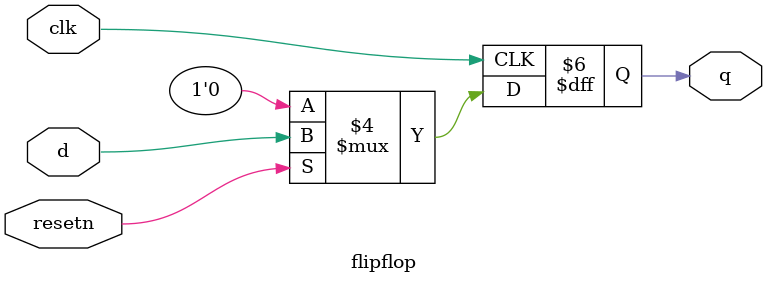
<source format=v>
module top_module (
    input clk,
    input resetn,   // synchronous reset
    input in,
    output out);
    wire q1,q2,q3;
    flipflop first(.clk(clk),.d(in),.resetn(resetn),.q(q1));
    flipflop second(.clk(clk),.d(q1),.resetn(resetn),.q(q2));
    flipflop third(.clk(clk),.d(q2),.resetn(resetn),.q(q3));
    flipflop fourth(.clk(clk),.d(q3),.resetn(resetn),.q(out));
endmodule
module flipflop(input clk,d,resetn,output q);
    always @(posedge clk)begin
        if(~resetn)
            q<=1'b0;
        else 
        q<=d;
    end
endmodule

</source>
